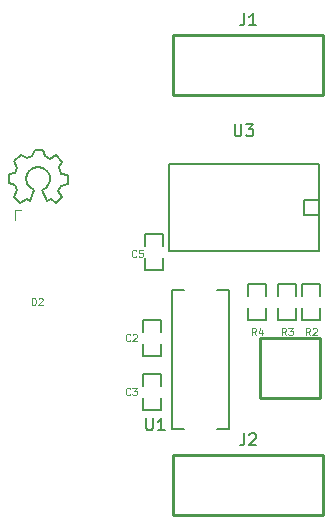
<source format=gbr>
G04 #@! TF.FileFunction,Legend,Top*
%FSLAX46Y46*%
G04 Gerber Fmt 4.6, Leading zero omitted, Abs format (unit mm)*
G04 Created by KiCad (PCBNEW (2015-08-30 BZR 6133)-product) date Fr 30 Okt 2015 20:42:02 CET*
%MOMM*%
G01*
G04 APERTURE LIST*
%ADD10C,0.100000*%
%ADD11C,0.150000*%
%ADD12C,0.254000*%
%ADD13C,0.127000*%
%ADD14C,0.101600*%
%ADD15C,0.203200*%
G04 APERTURE END LIST*
D10*
D11*
X81015460Y-92631640D02*
X80756380Y-93192980D01*
X80756380Y-93192980D02*
X81294860Y-93711140D01*
X81294860Y-93711140D02*
X81815560Y-93441900D01*
X81815560Y-93441900D02*
X82094960Y-93601920D01*
X83535140Y-93581600D02*
X83865340Y-93391100D01*
X83865340Y-93391100D02*
X84304760Y-93721300D01*
X84304760Y-93721300D02*
X84777200Y-93231080D01*
X84777200Y-93231080D02*
X84495260Y-92751020D01*
X84495260Y-92751020D02*
X84685760Y-92281120D01*
X84685760Y-92281120D02*
X85295360Y-92093160D01*
X85295360Y-92093160D02*
X85295360Y-91412440D01*
X85295360Y-91412440D02*
X84736560Y-91272740D01*
X84736560Y-91272740D02*
X84535900Y-90701240D01*
X84535900Y-90701240D02*
X84805140Y-90231340D01*
X84805140Y-90231340D02*
X84335240Y-89720800D01*
X84335240Y-89720800D02*
X83817080Y-89982420D01*
X83817080Y-89982420D02*
X83347180Y-89781760D01*
X83347180Y-89781760D02*
X83177000Y-89240740D01*
X83177000Y-89240740D02*
X82486120Y-89222960D01*
X82486120Y-89222960D02*
X82275300Y-89771600D01*
X82275300Y-89771600D02*
X81856200Y-89941780D01*
X81856200Y-89941780D02*
X81305020Y-89672540D01*
X81305020Y-89672540D02*
X80786860Y-90200860D01*
X80786860Y-90200860D02*
X81035780Y-90741880D01*
X81035780Y-90741880D02*
X80865600Y-91221940D01*
X80865600Y-91221940D02*
X80316960Y-91321000D01*
X80316960Y-91321000D02*
X80306800Y-92022040D01*
X80306800Y-92022040D02*
X80865600Y-92222700D01*
X80865600Y-92222700D02*
X81005300Y-92621480D01*
X83146520Y-92601160D02*
X83446240Y-92451300D01*
X83446240Y-92451300D02*
X83646900Y-92253180D01*
X83646900Y-92253180D02*
X83796760Y-91851860D01*
X83796760Y-91851860D02*
X83796760Y-91453080D01*
X83796760Y-91453080D02*
X83646900Y-91102560D01*
X83646900Y-91102560D02*
X83194780Y-90752040D01*
X83194780Y-90752040D02*
X82745200Y-90701240D01*
X82745200Y-90701240D02*
X82346420Y-90802840D01*
X82346420Y-90802840D02*
X81945100Y-91150820D01*
X81945100Y-91150820D02*
X81795240Y-91602940D01*
X81795240Y-91602940D02*
X81846040Y-92100780D01*
X81846040Y-92100780D02*
X82094960Y-92403040D01*
X82094960Y-92403040D02*
X82445480Y-92601160D01*
X82445480Y-92601160D02*
X82094960Y-93601920D01*
X83146520Y-92601160D02*
X83545300Y-93601920D01*
D12*
X106672000Y-105164000D02*
X101592000Y-105164000D01*
X101592000Y-105164000D02*
X101592000Y-110244000D01*
X101592000Y-110244000D02*
X106672000Y-110244000D01*
X106672000Y-110244000D02*
X106672000Y-105164000D01*
D13*
X91686000Y-104656000D02*
X91686000Y-103640000D01*
X91686000Y-103640000D02*
X93210000Y-103640000D01*
X93210000Y-103640000D02*
X93210000Y-104656000D01*
X93210000Y-105672000D02*
X93210000Y-106688000D01*
X93210000Y-106688000D02*
X91686000Y-106688000D01*
X91686000Y-106688000D02*
X91686000Y-105672000D01*
X93210000Y-110244000D02*
X93210000Y-111260000D01*
X93210000Y-111260000D02*
X91686000Y-111260000D01*
X91686000Y-111260000D02*
X91686000Y-110244000D01*
X91686000Y-109228000D02*
X91686000Y-108212000D01*
X91686000Y-108212000D02*
X93210000Y-108212000D01*
X93210000Y-108212000D02*
X93210000Y-109228000D01*
D14*
X80794480Y-95156020D02*
X80794480Y-94345760D01*
X80794480Y-94345760D02*
X81373600Y-94345760D01*
D12*
X94226000Y-115070000D02*
X106926000Y-115070000D01*
X106926000Y-115070000D02*
X106926000Y-120150000D01*
X106926000Y-120150000D02*
X94226000Y-120150000D01*
X94226000Y-120150000D02*
X94226000Y-115070000D01*
X94226000Y-79510000D02*
X106926000Y-79510000D01*
X106926000Y-79510000D02*
X106926000Y-84590000D01*
X106926000Y-84590000D02*
X94226000Y-84590000D01*
X94226000Y-84590000D02*
X94226000Y-79510000D01*
D13*
X105148000Y-101608000D02*
X105148000Y-100592000D01*
X105148000Y-100592000D02*
X106672000Y-100592000D01*
X106672000Y-100592000D02*
X106672000Y-101608000D01*
X106672000Y-102624000D02*
X106672000Y-103640000D01*
X106672000Y-103640000D02*
X105148000Y-103640000D01*
X105148000Y-103640000D02*
X105148000Y-102624000D01*
X103116000Y-101608000D02*
X103116000Y-100592000D01*
X103116000Y-100592000D02*
X104640000Y-100592000D01*
X104640000Y-100592000D02*
X104640000Y-101608000D01*
X104640000Y-102624000D02*
X104640000Y-103640000D01*
X104640000Y-103640000D02*
X103116000Y-103640000D01*
X103116000Y-103640000D02*
X103116000Y-102624000D01*
X100576000Y-101608000D02*
X100576000Y-100592000D01*
X100576000Y-100592000D02*
X102100000Y-100592000D01*
X102100000Y-100592000D02*
X102100000Y-101608000D01*
X102100000Y-102624000D02*
X102100000Y-103640000D01*
X102100000Y-103640000D02*
X100576000Y-103640000D01*
X100576000Y-103640000D02*
X100576000Y-102624000D01*
X93337000Y-98433000D02*
X93337000Y-99449000D01*
X93337000Y-99449000D02*
X91813000Y-99449000D01*
X91813000Y-99449000D02*
X91813000Y-98433000D01*
X91813000Y-97417000D02*
X91813000Y-96401000D01*
X91813000Y-96401000D02*
X93337000Y-96401000D01*
X93337000Y-96401000D02*
X93337000Y-97417000D01*
D15*
X94111700Y-101110160D02*
X95112460Y-101110160D01*
X98912300Y-101110160D02*
X97911540Y-101110160D01*
X98912300Y-112911000D02*
X97911540Y-112911000D01*
X94111700Y-112911000D02*
X95112460Y-112911000D01*
X94111700Y-101110160D02*
X94111700Y-112911000D01*
X98912300Y-112911000D02*
X98912300Y-101110160D01*
X93845000Y-90432000D02*
X93845000Y-97798000D01*
X106545000Y-97798000D02*
X106545000Y-90432000D01*
X93845000Y-90432000D02*
X106545000Y-90432000D01*
X106545000Y-97798000D02*
X93845000Y-97798000D01*
X106545000Y-94750000D02*
X105275000Y-94750000D01*
X105275000Y-94750000D02*
X105275000Y-93480000D01*
X105275000Y-93480000D02*
X106545000Y-93480000D01*
D14*
X90568401Y-105381714D02*
X90539372Y-105410743D01*
X90452286Y-105439771D01*
X90394229Y-105439771D01*
X90307144Y-105410743D01*
X90249086Y-105352686D01*
X90220058Y-105294629D01*
X90191029Y-105178514D01*
X90191029Y-105091429D01*
X90220058Y-104975314D01*
X90249086Y-104917257D01*
X90307144Y-104859200D01*
X90394229Y-104830171D01*
X90452286Y-104830171D01*
X90539372Y-104859200D01*
X90568401Y-104888229D01*
X90800629Y-104888229D02*
X90829658Y-104859200D01*
X90887715Y-104830171D01*
X91032858Y-104830171D01*
X91090915Y-104859200D01*
X91119944Y-104888229D01*
X91148972Y-104946286D01*
X91148972Y-105004343D01*
X91119944Y-105091429D01*
X90771601Y-105439771D01*
X91148972Y-105439771D01*
X90568401Y-109953714D02*
X90539372Y-109982743D01*
X90452286Y-110011771D01*
X90394229Y-110011771D01*
X90307144Y-109982743D01*
X90249086Y-109924686D01*
X90220058Y-109866629D01*
X90191029Y-109750514D01*
X90191029Y-109663429D01*
X90220058Y-109547314D01*
X90249086Y-109489257D01*
X90307144Y-109431200D01*
X90394229Y-109402171D01*
X90452286Y-109402171D01*
X90539372Y-109431200D01*
X90568401Y-109460229D01*
X90771601Y-109402171D02*
X91148972Y-109402171D01*
X90945772Y-109634400D01*
X91032858Y-109634400D01*
X91090915Y-109663429D01*
X91119944Y-109692457D01*
X91148972Y-109750514D01*
X91148972Y-109895657D01*
X91119944Y-109953714D01*
X91090915Y-109982743D01*
X91032858Y-110011771D01*
X90858686Y-110011771D01*
X90800629Y-109982743D01*
X90771601Y-109953714D01*
X82254618Y-102391771D02*
X82254618Y-101782171D01*
X82399761Y-101782171D01*
X82486846Y-101811200D01*
X82544904Y-101869257D01*
X82573932Y-101927314D01*
X82602961Y-102043429D01*
X82602961Y-102130514D01*
X82573932Y-102246629D01*
X82544904Y-102304686D01*
X82486846Y-102362743D01*
X82399761Y-102391771D01*
X82254618Y-102391771D01*
X82835189Y-101840229D02*
X82864218Y-101811200D01*
X82922275Y-101782171D01*
X83067418Y-101782171D01*
X83125475Y-101811200D01*
X83154504Y-101840229D01*
X83183532Y-101898286D01*
X83183532Y-101956343D01*
X83154504Y-102043429D01*
X82806161Y-102391771D01*
X83183532Y-102391771D01*
D11*
X100242667Y-113252381D02*
X100242667Y-113966667D01*
X100195047Y-114109524D01*
X100099809Y-114204762D01*
X99956952Y-114252381D01*
X99861714Y-114252381D01*
X100671238Y-113347619D02*
X100718857Y-113300000D01*
X100814095Y-113252381D01*
X101052191Y-113252381D01*
X101147429Y-113300000D01*
X101195048Y-113347619D01*
X101242667Y-113442857D01*
X101242667Y-113538095D01*
X101195048Y-113680952D01*
X100623619Y-114252381D01*
X101242667Y-114252381D01*
X100242667Y-77692381D02*
X100242667Y-78406667D01*
X100195047Y-78549524D01*
X100099809Y-78644762D01*
X99956952Y-78692381D01*
X99861714Y-78692381D01*
X101242667Y-78692381D02*
X100671238Y-78692381D01*
X100956952Y-78692381D02*
X100956952Y-77692381D01*
X100861714Y-77835238D01*
X100766476Y-77930476D01*
X100671238Y-77978095D01*
D14*
X105808401Y-104931771D02*
X105605201Y-104641486D01*
X105460058Y-104931771D02*
X105460058Y-104322171D01*
X105692286Y-104322171D01*
X105750344Y-104351200D01*
X105779372Y-104380229D01*
X105808401Y-104438286D01*
X105808401Y-104525371D01*
X105779372Y-104583429D01*
X105750344Y-104612457D01*
X105692286Y-104641486D01*
X105460058Y-104641486D01*
X106040629Y-104380229D02*
X106069658Y-104351200D01*
X106127715Y-104322171D01*
X106272858Y-104322171D01*
X106330915Y-104351200D01*
X106359944Y-104380229D01*
X106388972Y-104438286D01*
X106388972Y-104496343D01*
X106359944Y-104583429D01*
X106011601Y-104931771D01*
X106388972Y-104931771D01*
X103776401Y-104931771D02*
X103573201Y-104641486D01*
X103428058Y-104931771D02*
X103428058Y-104322171D01*
X103660286Y-104322171D01*
X103718344Y-104351200D01*
X103747372Y-104380229D01*
X103776401Y-104438286D01*
X103776401Y-104525371D01*
X103747372Y-104583429D01*
X103718344Y-104612457D01*
X103660286Y-104641486D01*
X103428058Y-104641486D01*
X103979601Y-104322171D02*
X104356972Y-104322171D01*
X104153772Y-104554400D01*
X104240858Y-104554400D01*
X104298915Y-104583429D01*
X104327944Y-104612457D01*
X104356972Y-104670514D01*
X104356972Y-104815657D01*
X104327944Y-104873714D01*
X104298915Y-104902743D01*
X104240858Y-104931771D01*
X104066686Y-104931771D01*
X104008629Y-104902743D01*
X103979601Y-104873714D01*
X101236401Y-104931771D02*
X101033201Y-104641486D01*
X100888058Y-104931771D02*
X100888058Y-104322171D01*
X101120286Y-104322171D01*
X101178344Y-104351200D01*
X101207372Y-104380229D01*
X101236401Y-104438286D01*
X101236401Y-104525371D01*
X101207372Y-104583429D01*
X101178344Y-104612457D01*
X101120286Y-104641486D01*
X100888058Y-104641486D01*
X101758915Y-104525371D02*
X101758915Y-104931771D01*
X101613772Y-104293143D02*
X101468629Y-104728571D01*
X101846001Y-104728571D01*
X91076401Y-98269714D02*
X91047372Y-98298743D01*
X90960286Y-98327771D01*
X90902229Y-98327771D01*
X90815144Y-98298743D01*
X90757086Y-98240686D01*
X90728058Y-98182629D01*
X90699029Y-98066514D01*
X90699029Y-97979429D01*
X90728058Y-97863314D01*
X90757086Y-97805257D01*
X90815144Y-97747200D01*
X90902229Y-97718171D01*
X90960286Y-97718171D01*
X91047372Y-97747200D01*
X91076401Y-97776229D01*
X91627944Y-97718171D02*
X91337658Y-97718171D01*
X91308629Y-98008457D01*
X91337658Y-97979429D01*
X91395715Y-97950400D01*
X91540858Y-97950400D01*
X91598915Y-97979429D01*
X91627944Y-98008457D01*
X91656972Y-98066514D01*
X91656972Y-98211657D01*
X91627944Y-98269714D01*
X91598915Y-98298743D01*
X91540858Y-98327771D01*
X91395715Y-98327771D01*
X91337658Y-98298743D01*
X91308629Y-98269714D01*
D11*
X91927905Y-111973619D02*
X91927905Y-112796095D01*
X91976286Y-112892857D01*
X92024667Y-112941238D01*
X92121429Y-112989619D01*
X92314952Y-112989619D01*
X92411714Y-112941238D01*
X92460095Y-112892857D01*
X92508476Y-112796095D01*
X92508476Y-111973619D01*
X93524476Y-112989619D02*
X92943905Y-112989619D01*
X93234191Y-112989619D02*
X93234191Y-111973619D01*
X93137429Y-112118762D01*
X93040667Y-112215524D01*
X92943905Y-112263905D01*
X99433095Y-87090381D02*
X99433095Y-87899905D01*
X99480714Y-87995143D01*
X99528333Y-88042762D01*
X99623571Y-88090381D01*
X99814048Y-88090381D01*
X99909286Y-88042762D01*
X99956905Y-87995143D01*
X100004524Y-87899905D01*
X100004524Y-87090381D01*
X100385476Y-87090381D02*
X101004524Y-87090381D01*
X100671190Y-87471333D01*
X100814048Y-87471333D01*
X100909286Y-87518952D01*
X100956905Y-87566571D01*
X101004524Y-87661810D01*
X101004524Y-87899905D01*
X100956905Y-87995143D01*
X100909286Y-88042762D01*
X100814048Y-88090381D01*
X100528333Y-88090381D01*
X100433095Y-88042762D01*
X100385476Y-87995143D01*
M02*

</source>
